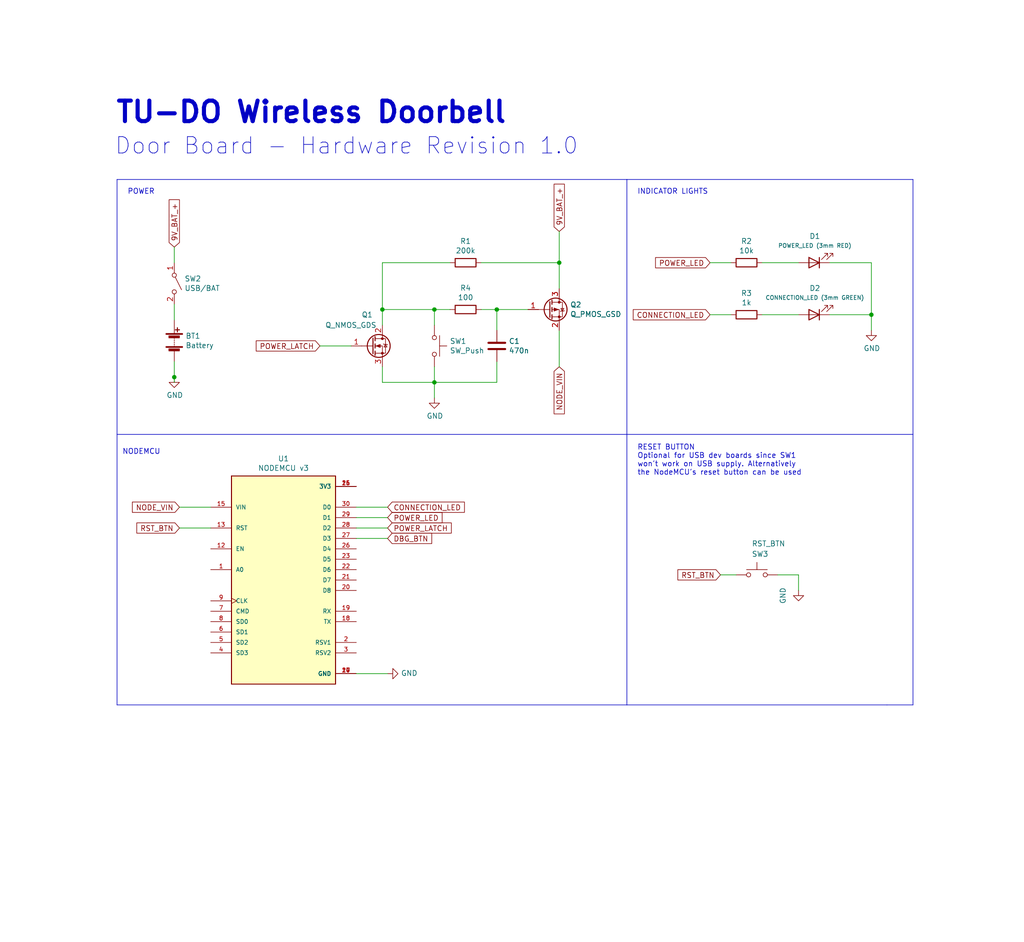
<source format=kicad_sch>
(kicad_sch (version 20230121) (generator eeschema)
  (paper "User" 250.012 229.997)
  (title_block (title "TUDO Wireless Doorbell / Door") (date "2021-11-30") (rev "V1.0") (company "TUDO Makerspace") (comment 1 "https://tapr.org/the-tapr-open-hardware-license/") (comment 2 "License: TAPR Open Hardware License V1.0") (comment 3 "ctx.xda@gmail.com") (comment 4 "Author: Patrick Pedersen"))
  (lib_symbols
    (symbol "Device:Battery" (pin_numbers hide) (pin_names (offset 0) hide)
      (property "Reference" "BT" (at 2.54 2.54 0))
      (property "Value" "Battery" (at 2.54 0 0))
      (symbol "Battery_0_1"
        (rectangle (start -2.032 -1.397) (end 2.032 -1.651) (fill (type outline)))
        (rectangle (start -2.032 1.778) (end 2.032 1.524) (fill (type outline)))
        (rectangle (start -1.3208 -1.9812) (end 1.27 -2.4892) (fill (type outline)))
        (rectangle (start -1.3208 1.1938) (end 1.27 0.6858) (fill (type outline)))
        (polyline (pts (xy 0 -1.524) (xy 0 -1.27)))
        (polyline (pts (xy 0 -1.016) (xy 0 -0.762)))
        (polyline (pts (xy 0 -0.508) (xy 0 -0.254)))
        (polyline (pts (xy 0 0) (xy 0 0.254)))
        (polyline (pts (xy 0 0.508) (xy 0 0.762)))
        (polyline (pts (xy 0 1.778) (xy 0 2.54)))
        (polyline (pts (xy 0.254 2.667) (xy 1.27 2.667)) (stroke (width 0.254)))
        (polyline (pts (xy 0.762 3.175) (xy 0.762 2.159)) (stroke (width 0.254)))
      )
      (symbol "Battery_1_1"
        (pin passive line (at 0 5.08 270) (length 2.54) (name "+") (number "1"))
        (pin passive line (at 0 -5.08 90) (length 2.54) (name "-") (number "2"))
      )
    )
    (symbol "Device:C" (pin_numbers hide) (pin_names (offset 0.254))
      (property "Reference" "C" (at 0.635 2.54 0))
      (property "Value" "C" (at 0.635 -2.54 0))
      (symbol "C_0_1"
        (polyline (pts (xy -2.032 -0.762) (xy 2.032 -0.762)) (stroke (width 0.508)))
        (polyline (pts (xy -2.032 0.762) (xy 2.032 0.762)) (stroke (width 0.508)))
      )
      (symbol "C_1_1"
        (pin passive line (at 0 3.81 270) (length 2.794) (name "~") (number "1"))
        (pin passive line (at 0 -3.81 90) (length 2.794) (name "~") (number "2"))
      )
    )
    (symbol "Device:LED" (pin_numbers hide) (pin_names (offset 1.016) hide)
      (property "Reference" "D" (at 0 2.54 0))
      (property "Value" "LED" (at 0 -2.54 0))
      (symbol "LED_0_1"
        (polyline (pts (xy -1.27 -1.27) (xy -1.27 1.27)) (stroke (width 0.254)))
        (polyline (pts (xy -1.27 0) (xy 1.27 0)))
        (polyline (pts (xy 1.27 -1.27) (xy 1.27 1.27) (xy -1.27 0) (xy 1.27 -1.27)) (stroke (width 0.254)))
        (polyline (pts (xy -3.048 -0.762) (xy -4.572 -2.286) (xy -3.81 -2.286) (xy -4.572 -2.286) (xy -4.572 -1.524)))
        (polyline (pts (xy -1.778 -0.762) (xy -3.302 -2.286) (xy -2.54 -2.286) (xy -3.302 -2.286) (xy -3.302 -1.524)))
      )
      (symbol "LED_1_1"
        (pin passive line (at -3.81 0 0) (length 2.54) (name "K") (number "1"))
        (pin passive line (at 3.81 0 180) (length 2.54) (name "A") (number "2"))
      )
    )
    (symbol "Device:Q_NMOS_GDS" (pin_names (offset 0) hide)
      (property "Reference" "Q" (at 5.08 1.27 0))
      (property "Value" "Q_NMOS_GDS" (at 5.08 -1.27 0))
      (symbol "Q_NMOS_GDS_0_1"
        (polyline (pts (xy 0.254 0) (xy -2.54 0)))
        (polyline (pts (xy 0.254 1.905) (xy 0.254 -1.905)) (stroke (width 0.254)))
        (polyline (pts (xy 0.762 -1.27) (xy 0.762 -2.286)) (stroke (width 0.254)))
        (polyline (pts (xy 0.762 0.508) (xy 0.762 -0.508)) (stroke (width 0.254)))
        (polyline (pts (xy 0.762 2.286) (xy 0.762 1.27)) (stroke (width 0.254)))
        (polyline (pts (xy 2.54 2.54) (xy 2.54 1.778)))
        (polyline (pts (xy 2.54 -2.54) (xy 2.54 0) (xy 0.762 0)))
        (polyline (pts (xy 0.762 -1.778) (xy 3.302 -1.778) (xy 3.302 1.778) (xy 0.762 1.778)))
        (polyline (pts (xy 1.016 0) (xy 2.032 0.381) (xy 2.032 -0.381) (xy 1.016 0)) (fill (type outline)))
        (polyline (pts (xy 2.794 0.508) (xy 2.921 0.381) (xy 3.683 0.381) (xy 3.81 0.254)))
        (polyline (pts (xy 3.302 0.381) (xy 2.921 -0.254) (xy 3.683 -0.254) (xy 3.302 0.381)))
        (circle (center 1.651 0) (radius 2.794) (stroke (width 0.254)))
        (circle (center 2.54 -1.778) (radius 0.254) (fill (type outline)))
        (circle (center 2.54 1.778) (radius 0.254) (fill (type outline)))
      )
      (symbol "Q_NMOS_GDS_1_1"
        (pin input line (at -5.08 0 0) (length 2.54) (name "G") (number "1"))
        (pin passive line (at 2.54 5.08 270) (length 2.54) (name "D") (number "2"))
        (pin passive line (at 2.54 -5.08 90) (length 2.54) (name "S") (number "3"))
      )
    )
    (symbol "Device:Q_PMOS_GSD" (pin_names (offset 0) hide)
      (property "Reference" "Q" (at 5.08 1.27 0))
      (property "Value" "Q_PMOS_GSD" (at 5.08 -1.27 0))
      (symbol "Q_PMOS_GSD_0_1"
        (polyline (pts (xy 0.254 0) (xy -2.54 0)))
        (polyline (pts (xy 0.254 1.905) (xy 0.254 -1.905)) (stroke (width 0.254)))
        (polyline (pts (xy 0.762 -1.27) (xy 0.762 -2.286)) (stroke (width 0.254)))
        (polyline (pts (xy 0.762 0.508) (xy 0.762 -0.508)) (stroke (width 0.254)))
        (polyline (pts (xy 0.762 2.286) (xy 0.762 1.27)) (stroke (width 0.254)))
        (polyline (pts (xy 2.54 2.54) (xy 2.54 1.778)))
        (polyline (pts (xy 2.54 -2.54) (xy 2.54 0) (xy 0.762 0)))
        (polyline (pts (xy 0.762 1.778) (xy 3.302 1.778) (xy 3.302 -1.778) (xy 0.762 -1.778)))
        (polyline (pts (xy 2.286 0) (xy 1.27 0.381) (xy 1.27 -0.381) (xy 2.286 0)) (fill (type outline)))
        (polyline (pts (xy 2.794 -0.508) (xy 2.921 -0.381) (xy 3.683 -0.381) (xy 3.81 -0.254)))
        (polyline (pts (xy 3.302 -0.381) (xy 2.921 0.254) (xy 3.683 0.254) (xy 3.302 -0.381)))
        (circle (center 1.651 0) (radius 2.794) (stroke (width 0.254)))
        (circle (center 2.54 -1.778) (radius 0.254) (fill (type outline)))
        (circle (center 2.54 1.778) (radius 0.254) (fill (type outline)))
      )
      (symbol "Q_PMOS_GSD_1_1"
        (pin input line (at -5.08 0 0) (length 2.54) (name "G") (number "1"))
        (pin passive line (at 2.54 -5.08 90) (length 2.54) (name "S") (number "2"))
        (pin passive line (at 2.54 5.08 270) (length 2.54) (name "D") (number "3"))
      )
    )
    (symbol "Device:R" (pin_numbers hide) (pin_names (offset 0))
      (property "Reference" "R" (at 2.032 0 90))
      (property "Value" "R" (at 0 0 90))
      (symbol "R_0_1"
        (rectangle (start -1.016 -2.54) (end 1.016 2.54) (stroke (width 0.254)))
      )
      (symbol "R_1_1"
        (pin passive line (at 0 3.81 270) (length 1.27) (name "~") (number "1"))
        (pin passive line (at 0 -3.81 90) (length 1.27) (name "~") (number "2"))
      )
    )
    (symbol "Switch:SW_Push" (pin_numbers hide) (pin_names (offset 1.016) hide)
      (property "Reference" "SW" (at 1.27 2.54 0))
      (property "Value" "SW_Push" (at 0 -1.524 0))
      (symbol "SW_Push_0_1"
        (circle (center -2.032 0) (radius 0.508))
        (polyline (pts (xy 0 1.27) (xy 0 3.048)))
        (polyline (pts (xy 2.54 1.27) (xy -2.54 1.27)))
        (circle (center 2.032 0) (radius 0.508))
        (pin passive line (at -5.08 0 0) (length 2.54) (name "1") (number "1"))
        (pin passive line (at 5.08 0 180) (length 2.54) (name "2") (number "2"))
      )
    )
    (symbol "Switch:SW_SPST" (pin_names (offset 0) hide)
      (property "Reference" "SW" (at 0 3.175 0))
      (property "Value" "SW_SPST" (at 0 -2.54 0))
      (symbol "SW_SPST_0_0"
        (circle (center -2.032 0) (radius 0.508))
        (polyline (pts (xy -1.524 0.254) (xy 1.524 1.778)))
        (circle (center 2.032 0) (radius 0.508))
      )
      (symbol "SW_SPST_1_1"
        (pin passive line (at -5.08 0 0) (length 2.54) (name "A") (number "1"))
        (pin passive line (at 5.08 0 180) (length 2.54) (name "B") (number "2"))
      )
    )
    (symbol "ZC563900:ZC563900" (pin_names (offset 1.016))
      (property "Reference" "U" (at -12.7 26.035 0))
      (property "Value" "ZC563900_ZC563900" (at -12.7 -27.94 0))
      (symbol "ZC563900_0_0"
        (rectangle (start -12.7 -25.4) (end 12.7 25.4) (stroke (width 0.254)) (fill (type background)))
        (pin input line (at -17.78 2.54 0) (length 5.08) (name "A0") (number "1"))
        (pin power_in line (at 17.78 -22.86 180) (length 5.08) (name "GND") (number "10"))
        (pin power_in line (at 17.78 22.86 180) (length 5.08) (name "3V3") (number "11"))
        (pin input line (at -17.78 7.62 0) (length 5.08) (name "EN") (number "12"))
        (pin input line (at -17.78 12.7 0) (length 5.08) (name "RST") (number "13"))
        (pin power_in line (at 17.78 -22.86 180) (length 5.08) (name "GND") (number "14"))
        (pin input line (at -17.78 17.78 0) (length 5.08) (name "VIN") (number "15"))
        (pin power_in line (at 17.78 22.86 180) (length 5.08) (name "3V3") (number "16"))
        (pin power_in line (at 17.78 -22.86 180) (length 5.08) (name "GND") (number "17"))
        (pin bidirectional line (at 17.78 -10.16 180) (length 5.08) (name "TX") (number "18"))
        (pin bidirectional line (at 17.78 -7.62 180) (length 5.08) (name "RX") (number "19"))
        (pin passive line (at 17.78 -15.24 180) (length 5.08) (name "RSV1") (number "2"))
        (pin bidirectional line (at 17.78 -2.54 180) (length 5.08) (name "D8") (number "20"))
        (pin bidirectional line (at 17.78 0 180) (length 5.08) (name "D7") (number "21"))
        (pin bidirectional line (at 17.78 2.54 180) (length 5.08) (name "D6") (number "22"))
        (pin bidirectional line (at 17.78 5.08 180) (length 5.08) (name "D5") (number "23"))
        (pin power_in line (at 17.78 -22.86 180) (length 5.08) (name "GND") (number "24"))
        (pin power_in line (at 17.78 22.86 180) (length 5.08) (name "3V3") (number "25"))
        (pin bidirectional line (at 17.78 7.62 180) (length 5.08) (name "D4") (number "26"))
        (pin bidirectional line (at 17.78 10.16 180) (length 5.08) (name "D3") (number "27"))
        (pin bidirectional line (at 17.78 12.7 180) (length 5.08) (name "D2") (number "28"))
        (pin bidirectional line (at 17.78 15.24 180) (length 5.08) (name "D1") (number "29"))
        (pin passive line (at 17.78 -17.78 180) (length 5.08) (name "RSV2") (number "3"))
        (pin bidirectional line (at 17.78 17.78 180) (length 5.08) (name "D0") (number "30"))
        (pin bidirectional line (at -17.78 -17.78 0) (length 5.08) (name "SD3") (number "4"))
        (pin bidirectional line (at -17.78 -15.24 0) (length 5.08) (name "SD2") (number "5"))
        (pin bidirectional line (at -17.78 -12.7 0) (length 5.08) (name "SD1") (number "6"))
        (pin input line (at -17.78 -7.62 0) (length 5.08) (name "CMD") (number "7"))
        (pin bidirectional line (at -17.78 -10.16 0) (length 5.08) (name "SD0") (number "8"))
        (pin input clock (at -17.78 -5.08 0) (length 5.08) (name "CLK") (number "9"))
      )
    )
    (symbol "power:GND" (power) (pin_names (offset 0))
      (property "Value" "GND" (at 0 -3.81 0))
      (symbol "GND_0_1"
        (polyline (pts (xy 0 0) (xy 0 -1.27) (xy 1.27 -1.27) (xy 0 -2.54) (xy -1.27 -1.27) (xy 0 -1.27)))
      )
      (symbol "GND_1_1"
        (pin power_in line (at 0 0 270) (length 0) hide (name "GND") (number "1"))
      )
    )
  )
  (junction (at 136.525 64.135))
  (junction (at 121.285 75.565))
  (junction (at 212.725 76.835))
  (junction (at 106.045 75.565))
  (junction (at 93.345 75.565))
  (junction (at 42.545 92.075))
  (junction (at 106.045 93.345))
  (wire (pts (xy 175.895 140.335) (xy 179.705 140.335)))
  (wire (pts (xy 43.815 123.825) (xy 51.435 123.825)))
  (wire (pts (xy 106.045 75.565) (xy 109.855 75.565)))
  (wire (pts (xy 212.725 80.645) (xy 212.725 76.835)))
  (wire (pts (xy 136.525 89.535) (xy 136.525 80.645)))
  (polyline (pts (xy 28.575 172.085) (xy 28.575 43.815)))
  (wire (pts (xy 94.615 126.365) (xy 86.995 126.365)))
  (wire (pts (xy 117.475 75.565) (xy 121.285 75.565)))
  (polyline (pts (xy 216.535 172.085) (xy 222.885 172.085)))
  (wire (pts (xy 186.055 76.835) (xy 194.945 76.835)))
  (wire (pts (xy 194.945 140.335) (xy 194.945 144.145)))
  (wire (pts (xy 93.345 93.345) (xy 93.345 89.535)))
  (wire (pts (xy 94.615 123.825) (xy 86.995 123.825)))
  (wire (pts (xy 106.045 75.565) (xy 106.045 79.375)))
  (wire (pts (xy 136.525 56.515) (xy 136.525 64.135)))
  (wire (pts (xy 42.545 88.265) (xy 42.545 92.075)))
  (wire (pts (xy 109.855 64.135) (xy 93.345 64.135)))
  (wire (pts (xy 93.345 64.135) (xy 93.345 75.565)))
  (wire (pts (xy 43.815 128.905) (xy 51.435 128.905)))
  (wire (pts (xy 212.725 76.835) (xy 202.565 76.835)))
  (wire (pts (xy 106.045 89.535) (xy 106.045 93.345)))
  (wire (pts (xy 121.285 93.345) (xy 121.285 88.265)))
  (wire (pts (xy 78.105 84.455) (xy 85.725 84.455)))
  (wire (pts (xy 42.545 74.295) (xy 42.545 78.105)))
  (wire (pts (xy 173.355 76.835) (xy 178.435 76.835)))
  (wire (pts (xy 94.615 128.905) (xy 86.995 128.905)))
  (wire (pts (xy 173.355 64.135) (xy 178.435 64.135)))
  (polyline (pts (xy 222.885 43.815) (xy 153.035 43.815)))
  (wire (pts (xy 94.615 164.465) (xy 86.995 164.465)))
  (wire (pts (xy 42.545 60.325) (xy 42.545 64.135)))
  (wire (pts (xy 136.525 64.135) (xy 136.525 70.485)))
  (polyline (pts (xy 28.575 106.045) (xy 222.885 106.045)))
  (wire (pts (xy 136.525 64.135) (xy 117.475 64.135)))
  (polyline (pts (xy 222.885 172.085) (xy 222.885 43.815)))
  (polyline (pts (xy 28.575 172.085) (xy 153.035 172.085)))
  (wire (pts (xy 121.285 75.565) (xy 128.905 75.565)))
  (wire (pts (xy 186.055 64.135) (xy 194.945 64.135)))
  (wire (pts (xy 94.615 131.445) (xy 86.995 131.445)))
  (wire (pts (xy 106.045 97.155) (xy 106.045 93.345)))
  (wire (pts (xy 212.725 76.835) (xy 212.725 64.135)))
  (wire (pts (xy 93.345 75.565) (xy 93.345 79.375)))
  (wire (pts (xy 106.045 93.345) (xy 121.285 93.345)))
  (wire (pts (xy 189.865 140.335) (xy 194.945 140.335)))
  (wire (pts (xy 42.545 92.075) (xy 42.545 93.345)))
  (wire (pts (xy 93.345 93.345) (xy 106.045 93.345)))
  (wire (pts (xy 93.345 75.565) (xy 106.045 75.565)))
  (polyline (pts (xy 28.575 43.815) (xy 153.035 43.815)))
  (polyline (pts (xy 153.035 43.815) (xy 153.035 172.085)))
  (wire (pts (xy 121.285 80.645) (xy 121.285 75.565)))
  (wire (pts (xy 212.725 64.135) (xy 202.565 64.135)))
  (polyline (pts (xy 153.035 172.085) (xy 216.535 172.085)))
  (text "RESET BUTTON\nOptional for USB dev boards since SW1\nwon't work on USB supply. Alternatively\nthe NodeMCU's reset button can be used" (at 155.575 116.205 0) (effects (font (size 1.27 1.27)) (justify left bottom)))
  (text "POWER" (at 31.115 47.625 0) (effects (font (size 1.27 1.27)) (justify left bottom)))
  (text "NODEMCU" (at 29.845 111.125 0) (effects (font (size 1.27 1.27)) (justify left bottom)))
  (text "TU-DO Wireless Doorbell" (at 27.94 30.48 0) (effects (font (size 5 5) (thickness 1) bold) (justify left bottom)))
  (text "INDICATOR LIGHTS" (at 155.575 47.625 0) (effects (font (size 1.27 1.27)) (justify left bottom)))
  (text "Door Board - Hardware Revision 1.0" (at 27.94 38.1 0) (effects (font (size 4 4)) (justify left bottom)))
  (global_label "CONNECTION_LED" (shape input) (at 173.355 76.835 180) (property "Intersheetrefs" "${INTERSHEET_REFS}" (effects hide)))
  (global_label "9V_BAT_+" (shape input) (at 136.525 56.515 90) (property "Intersheetrefs" "${INTERSHEET_REFS}" (effects hide)))
  (global_label "POWER_LATCH" (shape input) (at 78.105 84.455 180) (property "Intersheetrefs" "${INTERSHEET_REFS}" (effects hide)))
  (global_label "NODE_VIN" (shape input) (at 43.815 123.825 180) (property "Intersheetrefs" "${INTERSHEET_REFS}" (effects hide)))
  (global_label "CONNECTION_LED" (shape input) (at 94.615 123.825 0) (property "Intersheetrefs" "${INTERSHEET_REFS}" (effects hide)))
  (global_label "RST_BTN" (shape input) (at 43.815 128.905 180) (property "Intersheetrefs" "${INTERSHEET_REFS}" (effects hide)))
  (global_label "POWER_LATCH" (shape input) (at 94.615 128.905 0) (property "Intersheetrefs" "${INTERSHEET_REFS}" (effects hide)))
  (global_label "9V_BAT_+" (shape input) (at 42.545 60.325 90) (property "Intersheetrefs" "${INTERSHEET_REFS}" (effects hide)))
  (global_label "POWER_LED" (shape input) (at 94.615 126.365 0) (property "Intersheetrefs" "${INTERSHEET_REFS}" (effects hide)))
  (global_label "DBG_BTN" (shape input) (at 94.615 131.445 0) (property "Intersheetrefs" "${INTERSHEET_REFS}" (effects hide)))
  (global_label "RST_BTN" (shape input) (at 175.895 140.335 180) (property "Intersheetrefs" "${INTERSHEET_REFS}" (effects hide)))
  (global_label "POWER_LED" (shape input) (at 173.355 64.135 180) (property "Intersheetrefs" "${INTERSHEET_REFS}" (effects hide)))
  (global_label "NODE_VIN" (shape input) (at 136.525 89.535 270) (property "Intersheetrefs" "${INTERSHEET_REFS}" (effects hide)))
  (symbol (lib_id "Switch:SW_Push") (at 106.045 84.455 270) (unit 1)
    (property "Reference" "SW1" (at 109.8042 83.2866 90) (effects (justify left)))
    (property "Value" "SW_Push" (at 109.8042 85.598 90) (effects (justify left)))
    (property "Footprint" "Connector_JST:JST_EH_B2B-EH-A_1x02_P2.50mm_Vertical" (effects hide))
  )
  (symbol (lib_id "Device:LED") (at 198.755 64.135 180) (unit 1)
    (property "Reference" "D1" (at 198.9328 57.658 0))
    (property "Value" "POWER_LED (3mm RED)" (at 198.9328 59.9694 0) (effects (font (size 0.9906 0.9906))))
    (property "Footprint" "Connector_JST:JST_EH_B2B-EH-A_1x02_P2.50mm_Vertical" (effects hide))
  )
  (symbol (lib_id "Device:LED") (at 198.755 76.835 180) (unit 1)
    (property "Reference" "D2" (at 198.9328 70.358 0))
    (property "Value" "CONNECTION_LED (3mm GREEN)" (at 198.9328 72.6694 0) (effects (font (size 0.9906 0.9906))))
    (property "Footprint" "Connector_JST:JST_EH_B2B-EH-A_1x02_P2.50mm_Vertical" (effects hide))
  )
  (symbol (lib_id "Device:C") (at 121.285 84.455 0) (unit 1)
    (property "Reference" "C1" (at 124.206 83.2866 0) (effects (justify left)))
    (property "Value" "470n" (at 124.206 85.598 0) (effects (justify left)))
    (property "Footprint" "Capacitor_THT:C_Disc_D5.1mm_W3.2mm_P5.00mm" (effects hide))
  )
  (symbol (lib_id "Device:R") (at 113.665 64.135 90) (unit 1)
    (property "Reference" "R1" (at 113.665 58.8772 90))
    (property "Value" "200k" (at 113.665 61.1886 90))
    (property "Footprint" "Resistor_THT:R_Axial_DIN0207_L6.3mm_D2.5mm_P10.16mm_Horizontal" (effects hide))
  )
  (symbol (lib_id "Device:Q_PMOS_GSD") (at 133.985 75.565 0) (unit 1)
    (property "Reference" "Q2" (at 139.192 74.3966 0) (effects (justify left)))
    (property "Value" "Q_PMOS_GSD" (at 139.192 76.708 0) (effects (justify left)))
    (property "Footprint" "Package_TO_SOT_THT:TO-220-3_Horizontal_TabDown" (effects hide))
  )
  (symbol (lib_id "Device:Q_NMOS_GDS") (at 90.805 84.455 0) (unit 1)
    (property "Reference" "Q1" (at 88.265 76.835 0) (effects (justify left)))
    (property "Value" "Q_NMOS_GDS" (at 79.375 79.375 0) (effects (justify left)))
    (property "Footprint" "Package_TO_SOT_THT:TO-220-3_Horizontal_TabDown" (effects hide))
  )
  (symbol (lib_id "power:GND") (at 106.045 97.155 0) (unit 1)
    (property "Reference" "#PWR03" (effects hide))
    (property "Value" "GND" (at 106.172 101.5492 0))
  )
  (symbol (lib_id "ZC563900:ZC563900") (at 69.215 141.605 0) (unit 1)
    (property "Reference" "U1" (at 69.215 111.9632 0))
    (property "Value" "NODEMCU v3" (at 69.215 114.2746 0))
    (property "Footprint" "ESP8266-Kicad:NodeMCU-LoLinV3" (effects hide))
    (property "MAXIMUM_PACKAGE_HEIGHT" "N/A" (effects hide))
    (property "PARTREV" "1.0" (effects hide))
    (property "MANUFACTURER" "YKS" (effects hide))
    (property "STANDARD" "Manufacturer Recommendations" (effects hide))
  )
  (symbol (lib_id "power:GND") (at 94.615 164.465 90) (unit 1)
    (property "Reference" "#PWR02" (effects hide))
    (property "Value" "GND" (at 97.8662 164.338 90) (effects (justify right)))
  )
  (symbol (lib_id "power:GND") (at 212.725 80.645 0) (unit 1)
    (property "Reference" "#PWR04" (effects hide))
    (property "Value" "GND" (at 212.852 85.0392 0))
  )
  (symbol (lib_id "Device:Battery") (at 42.545 83.185 0) (unit 1)
    (property "Reference" "BT1" (at 45.2882 82.0166 0) (effects (justify left)))
    (property "Value" "Battery" (at 45.2882 84.328 0) (effects (justify left)))
    (property "Footprint" "Connector_JST:JST_EH_B2B-EH-A_1x02_P2.50mm_Vertical" (effects hide))
  )
  (symbol (lib_id "power:GND") (at 42.545 92.075 0) (unit 1)
    (property "Reference" "#PWR01" (effects hide))
    (property "Value" "GND" (at 42.672 96.4692 0))
  )
  (symbol (lib_id "Device:R") (at 113.665 75.565 90) (unit 1)
    (property "Reference" "R4" (at 113.665 70.3072 90))
    (property "Value" "100" (at 113.665 72.6186 90))
    (property "Footprint" "Resistor_THT:R_Axial_DIN0207_L6.3mm_D2.5mm_P10.16mm_Horizontal" (effects hide))
  )
  (symbol (lib_id "Device:R") (at 182.245 64.135 90) (unit 1)
    (property "Reference" "R2" (at 182.245 58.8772 90))
    (property "Value" "10k" (at 182.245 61.1886 90))
    (property "Footprint" "Resistor_THT:R_Axial_DIN0207_L6.3mm_D2.5mm_P10.16mm_Horizontal" (effects hide))
  )
  (symbol (lib_id "Device:R") (at 182.245 76.835 90) (unit 1)
    (property "Reference" "R3" (at 182.245 71.5772 90))
    (property "Value" "1k" (at 182.245 73.8886 90))
    (property "Footprint" "Resistor_THT:R_Axial_DIN0207_L6.3mm_D2.5mm_P10.16mm_Horizontal" (effects hide))
  )
  (symbol (lib_id "Switch:SW_SPST") (at 42.545 69.215 270) (unit 1)
    (property "Reference" "SW2" (at 45.0342 68.0466 90) (effects (justify left)))
    (property "Value" "USB/BAT" (at 45.0342 70.358 90) (effects (justify left)))
    (property "Footprint" "digikey-footprints:Toggle_Switch_100SP1T1B4M2QE" (effects hide))
  )
  (symbol (lib_id "Switch:SW_Push") (at 184.785 140.335 0) (unit 1)
    (property "Reference" "SW3" (at 183.515 135.255 0) (effects (justify left)))
    (property "Value" "RST_BTN" (at 183.515 132.715 0) (effects (justify left)))
    (property "Footprint" "Button_Switch_THT:SW_PUSH_6mm" (effects hide))
  )
  (symbol (lib_id "power:GND") (at 194.945 144.145 0) (unit 1)
    (property "Reference" "#PWR0101" (effects hide))
    (property "Value" "GND" (at 191.135 145.415 90))
  )
)
</source>
